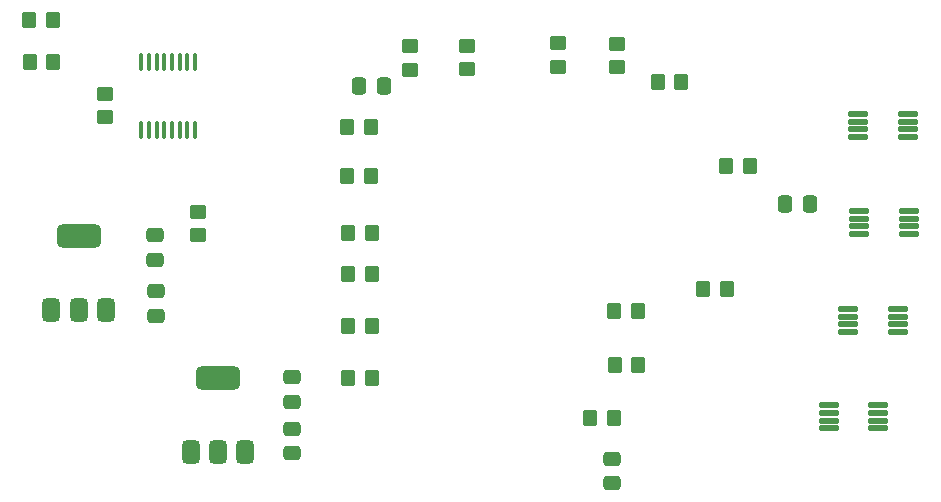
<source format=gbr>
%TF.GenerationSoftware,KiCad,Pcbnew,8.0.8*%
%TF.CreationDate,2025-07-24T20:26:14+03:00*%
%TF.ProjectId,memristor_shield,6d656d72-6973-4746-9f72-5f736869656c,rev?*%
%TF.SameCoordinates,Original*%
%TF.FileFunction,Paste,Top*%
%TF.FilePolarity,Positive*%
%FSLAX46Y46*%
G04 Gerber Fmt 4.6, Leading zero omitted, Abs format (unit mm)*
G04 Created by KiCad (PCBNEW 8.0.8) date 2025-07-24 20:26:14*
%MOMM*%
%LPD*%
G01*
G04 APERTURE LIST*
G04 Aperture macros list*
%AMRoundRect*
0 Rectangle with rounded corners*
0 $1 Rounding radius*
0 $2 $3 $4 $5 $6 $7 $8 $9 X,Y pos of 4 corners*
0 Add a 4 corners polygon primitive as box body*
4,1,4,$2,$3,$4,$5,$6,$7,$8,$9,$2,$3,0*
0 Add four circle primitives for the rounded corners*
1,1,$1+$1,$2,$3*
1,1,$1+$1,$4,$5*
1,1,$1+$1,$6,$7*
1,1,$1+$1,$8,$9*
0 Add four rect primitives between the rounded corners*
20,1,$1+$1,$2,$3,$4,$5,0*
20,1,$1+$1,$4,$5,$6,$7,0*
20,1,$1+$1,$6,$7,$8,$9,0*
20,1,$1+$1,$8,$9,$2,$3,0*%
G04 Aperture macros list end*
%ADD10RoundRect,0.250000X-0.475000X0.337500X-0.475000X-0.337500X0.475000X-0.337500X0.475000X0.337500X0*%
%ADD11RoundRect,0.250000X0.350000X0.450000X-0.350000X0.450000X-0.350000X-0.450000X0.350000X-0.450000X0*%
%ADD12RoundRect,0.250000X0.450000X-0.350000X0.450000X0.350000X-0.450000X0.350000X-0.450000X-0.350000X0*%
%ADD13RoundRect,0.250000X-0.350000X-0.450000X0.350000X-0.450000X0.350000X0.450000X-0.350000X0.450000X0*%
%ADD14RoundRect,0.125000X-0.687500X-0.125000X0.687500X-0.125000X0.687500X0.125000X-0.687500X0.125000X0*%
%ADD15RoundRect,0.250000X-0.337500X-0.475000X0.337500X-0.475000X0.337500X0.475000X-0.337500X0.475000X0*%
%ADD16RoundRect,0.375000X0.375000X-0.625000X0.375000X0.625000X-0.375000X0.625000X-0.375000X-0.625000X0*%
%ADD17RoundRect,0.500000X1.400000X-0.500000X1.400000X0.500000X-1.400000X0.500000X-1.400000X-0.500000X0*%
%ADD18RoundRect,0.250000X0.475000X-0.337500X0.475000X0.337500X-0.475000X0.337500X-0.475000X-0.337500X0*%
%ADD19RoundRect,0.250000X-0.450000X0.350000X-0.450000X-0.350000X0.450000X-0.350000X0.450000X0.350000X0*%
%ADD20RoundRect,0.100000X0.100000X-0.637500X0.100000X0.637500X-0.100000X0.637500X-0.100000X-0.637500X0*%
G04 APERTURE END LIST*
D10*
%TO.C,C13*%
X161340000Y-91992500D03*
X161340000Y-94067500D03*
%TD*%
D11*
%TO.C,R5*%
X141000000Y-72910000D03*
X139000000Y-72910000D03*
%TD*%
D12*
%TO.C,R19*%
X118390000Y-63100000D03*
X118390000Y-61100000D03*
%TD*%
D11*
%TO.C,R17*%
X114040000Y-58440000D03*
X112040000Y-58440000D03*
%TD*%
%TO.C,R6*%
X140990000Y-76350000D03*
X138990000Y-76350000D03*
%TD*%
D13*
%TO.C,R15*%
X161570000Y-84080000D03*
X163570000Y-84080000D03*
%TD*%
D14*
%TO.C,U5*%
X182247500Y-71025000D03*
X182247500Y-71675000D03*
X182247500Y-72325000D03*
X182247500Y-72975000D03*
X186472500Y-72975000D03*
X186472500Y-72325000D03*
X186472500Y-71675000D03*
X186472500Y-71025000D03*
%TD*%
D10*
%TO.C,C2*%
X134240000Y-85102500D03*
X134240000Y-87177500D03*
%TD*%
D12*
%TO.C,R2*%
X144280000Y-59060000D03*
X144280000Y-57060000D03*
%TD*%
D13*
%TO.C,R11*%
X165230000Y-60100000D03*
X167230000Y-60100000D03*
%TD*%
D15*
%TO.C,C10*%
X139962500Y-60460000D03*
X142037500Y-60460000D03*
%TD*%
D16*
%TO.C,U15*%
X113890000Y-79430000D03*
X116190000Y-79430000D03*
X118490000Y-79430000D03*
D17*
X116190000Y-73130000D03*
%TD*%
D12*
%TO.C,R9*%
X156800000Y-58810000D03*
X156800000Y-56810000D03*
%TD*%
D18*
%TO.C,C3*%
X122710000Y-79917500D03*
X122710000Y-77842500D03*
%TD*%
D12*
%TO.C,R10*%
X161730000Y-58880000D03*
X161730000Y-56880000D03*
%TD*%
D11*
%TO.C,R3*%
X140930000Y-63950000D03*
X138930000Y-63950000D03*
%TD*%
D13*
%TO.C,R13*%
X169080000Y-77620000D03*
X171080000Y-77620000D03*
%TD*%
D11*
%TO.C,R4*%
X140920000Y-68040000D03*
X138920000Y-68040000D03*
%TD*%
D10*
%TO.C,C4*%
X122680000Y-73075000D03*
X122680000Y-75150000D03*
%TD*%
D11*
%TO.C,R18*%
X114030000Y-54840000D03*
X112030000Y-54840000D03*
%TD*%
D13*
%TO.C,R14*%
X161550000Y-79530000D03*
X163550000Y-79530000D03*
%TD*%
D11*
%TO.C,R8*%
X141000000Y-85200000D03*
X139000000Y-85200000D03*
%TD*%
%TO.C,R7*%
X141020000Y-80770000D03*
X139020000Y-80770000D03*
%TD*%
D12*
%TO.C,R1*%
X149070000Y-59020000D03*
X149070000Y-57020000D03*
%TD*%
D13*
%TO.C,R16*%
X159500000Y-88580000D03*
X161500000Y-88580000D03*
%TD*%
D14*
%TO.C,U6*%
X181337500Y-79325000D03*
X181337500Y-79975000D03*
X181337500Y-80625000D03*
X181337500Y-81275000D03*
X185562500Y-81275000D03*
X185562500Y-80625000D03*
X185562500Y-79975000D03*
X185562500Y-79325000D03*
%TD*%
%TO.C,U7*%
X179687500Y-87485000D03*
X179687500Y-88135000D03*
X179687500Y-88785000D03*
X179687500Y-89435000D03*
X183912500Y-89435000D03*
X183912500Y-88785000D03*
X183912500Y-88135000D03*
X183912500Y-87485000D03*
%TD*%
D15*
%TO.C,C12*%
X176012500Y-70480000D03*
X178087500Y-70480000D03*
%TD*%
D13*
%TO.C,R12*%
X171030000Y-67220000D03*
X173030000Y-67220000D03*
%TD*%
D19*
%TO.C,R20*%
X126260000Y-71090000D03*
X126260000Y-73090000D03*
%TD*%
D18*
%TO.C,C1*%
X134240000Y-91527500D03*
X134240000Y-89452500D03*
%TD*%
D16*
%TO.C,U14*%
X125680000Y-91440000D03*
X127980000Y-91440000D03*
X130280000Y-91440000D03*
D17*
X127980000Y-85140000D03*
%TD*%
D14*
%TO.C,U4*%
X182177500Y-62815000D03*
X182177500Y-63465000D03*
X182177500Y-64115000D03*
X182177500Y-64765000D03*
X186402500Y-64765000D03*
X186402500Y-64115000D03*
X186402500Y-63465000D03*
X186402500Y-62815000D03*
%TD*%
D20*
%TO.C,U9*%
X121485000Y-64165000D03*
X122135000Y-64165000D03*
X122785000Y-64165000D03*
X123435000Y-64165000D03*
X124085000Y-64165000D03*
X124735000Y-64165000D03*
X125385000Y-64165000D03*
X126035000Y-64165000D03*
X126035000Y-58440000D03*
X125385000Y-58440000D03*
X124735000Y-58440000D03*
X124085000Y-58440000D03*
X123435000Y-58440000D03*
X122785000Y-58440000D03*
X122135000Y-58440000D03*
X121485000Y-58440000D03*
%TD*%
M02*

</source>
